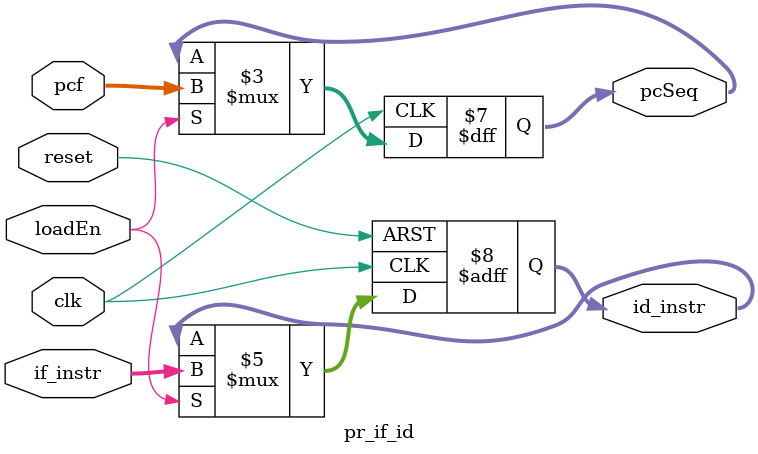
<source format=v>
module pr_if_id(
    input             clk, reset,
    input             loadEn,
    input      [31:0] pcf,
    input      [31:0] if_instr,
    output reg [31:0] pcSeq,
    output reg [31:0] id_instr
);

  always @(posedge clk or posedge reset) begin
      if (reset)
          // No need to reset PC. Instruction is nop anyway.
          id_instr <= 32'h0;  // Nop instruction : sll $zero, $zero, $zero
      else if (loadEn)
          id_instr <= #10 if_instr;
  end

  always @(posedge clk) begin
      if (loadEn)
          pcSeq    <= #10 pcf;
  end
endmodule

</source>
